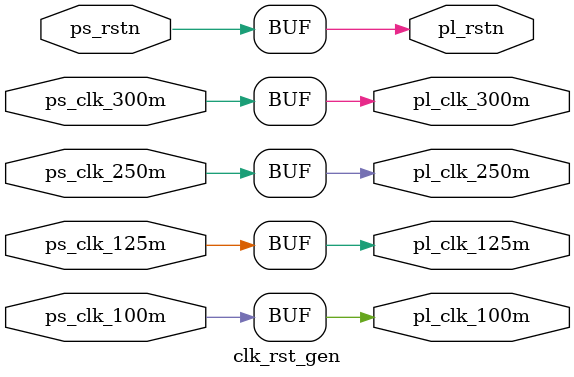
<source format=v>
`timescale 1ns / 1ps
module clk_rst_gen (
    // >>>>>>>>>> ps_clk_in
    input                           ps_clk_100m         ,
    input                           ps_clk_125m         ,
    input                           ps_clk_250m         ,
    input                           ps_clk_300m         ,
    input                           ps_rstn             ,
    // >>>>>>>>>> sys_clk_out
    output                          pl_clk_100m         ,
    output                          pl_clk_125m         ,
    output                          pl_clk_250m         ,
    output                          pl_clk_300m         ,
    output                          pl_rstn
    );

// >>>>>>>>>> pl_clk_out
assign pl_clk_100m      = ps_clk_100m;
assign pl_clk_125m      = ps_clk_125m;
assign pl_clk_250m      = ps_clk_250m;
assign pl_clk_300m      = ps_clk_300m;

// >>>>>>>>>> pl_rstn_out
assign pl_rstn          = ps_rstn;

endmodule

</source>
